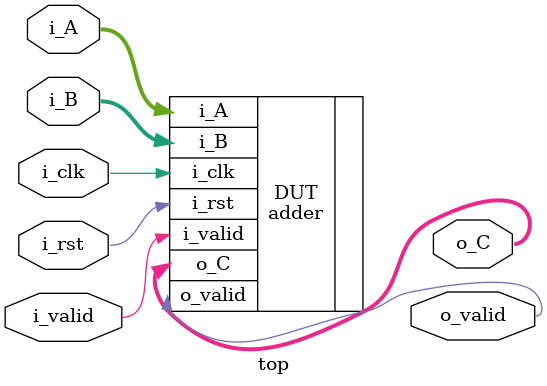
<source format=sv>
`include "assertion.sv"
module top
	#(
        //use /*verilator public*/ on parameter -> parameter values visible to verilated code
        parameter int g_data_width /*verilator public*/ = 8
    )
    (
        input logic i_clk,
        input logic i_rst,
        input logic i_valid,
        input logic [g_data_width-1:0] i_A,
        input logic [g_data_width-1:0] i_B,
        output logic o_valid,
        output logic [g_data_width:0] o_C
    );

    adder #(.g_data_width(g_data_width)) DUT 
    (
    	.i_clk,
    	.i_rst,
    	.i_valid,
    	.i_A,
    	.i_B,
    	.o_valid,
    	.o_C
	);

    // Note: Verilator only ssupports bind to a target module name, NOT to an instance path.
	bind adder assertion #(.g_data_width(g_data_width)) inst
    (
    	.i_clk,
    	.i_rst,
    	.i_valid,
    	.i_A,
    	.i_B,
    	.o_valid,
    	.o_C
	);
endmodule

</source>
